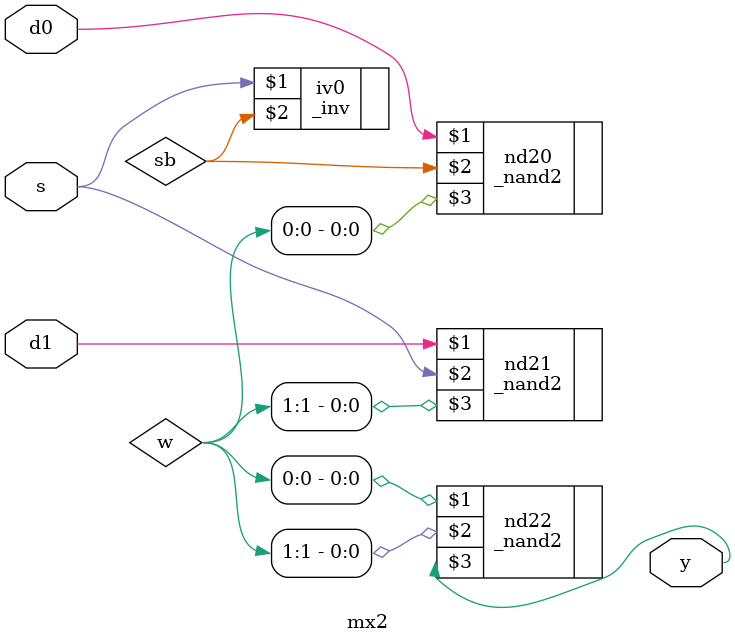
<source format=v>
module mx2(d0, d1, s, y);		// declare 2 in 1 mux module
	input d0, d1, s;			// define 3 inputs
	output y;		// define 1 output
	wire [1:0] w;		// to save output of first and second nand2
	
	_inv iv0(s, sb);		// inverting s
	_nand2 nd20(d0, sb, w[0]);		// select sb with d0
	_nand2 nd21(d1, s, w[1]);		// select s with d0
	_nand2 nd22(w[0], w[1], y);		// assign y with w[0], w[1]
	
endmodule

</source>
